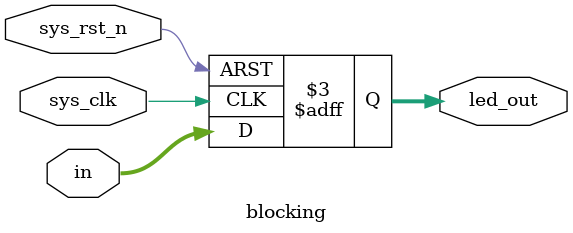
<source format=v>
/*
blocking assign "="	whatever how many ,only delay one clock time
now_blocking assign "<=" how may time use,delay how may clock time
*/
module blocking
(   input		wire					sys_clk,
	input		wire					sys_rst_n,
	input		wire	[1:0]		in,
	output		reg		[1:0]		led_out
);
reg		[1:0]	reg_in;
reg		[1:0]	reg_in1;
always@(posedge sys_clk or negedge sys_rst_n)
	if(sys_rst_n == 1'b0)begin
		reg_in 		= 2'b0;
		reg_in1 	= 2'b0;
		led_out		= 2'b0;
		end
	else begin
		reg_in1 	= in;
		reg_in   	= reg_in1;
		led_out 	= reg_in;
		end
		
endmodule

</source>
